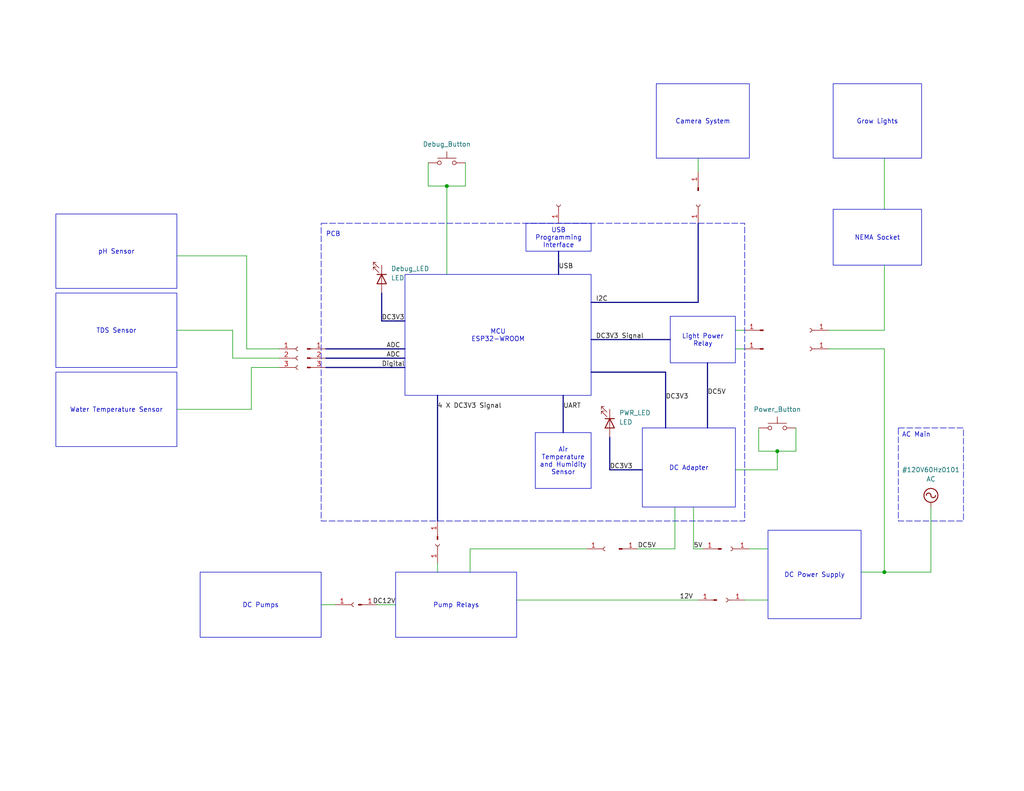
<source format=kicad_sch>
(kicad_sch (version 20230121) (generator eeschema)
  (paper "USLetter")
  (title_block (title "High Level Hardware Schematic") (date "2023-11-24") (rev "5") (company "COEN/ELEC 490 Team 18") (comment 1 "Go to \"490 Project PCB\" for Detailled Schematic."))
  (lib_symbols
    (symbol "Connector:Conn_01x01_Pin" (pin_names (offset 1.016) hide)
      (property "Reference" "J" (at 0 2.54 0))
      (property "Value" "Conn_01x01_Pin" (at 0 -2.54 0))
      (symbol "Conn_01x01_Pin_1_1"
        (polyline (pts (xy 1.27 0) (xy 0.8636 0)) (stroke (width 0.1524)))
        (rectangle (start 0.8636 0.127) (end 0 -0.127) (stroke (width 0.1524)) (fill (type outline)))
        (pin passive line (at 5.08 0 180) (length 3.81) (name "Pin_1") (number "1"))
      )
    )
    (symbol "Connector:Conn_01x01_Socket" (pin_names (offset 1.016) hide)
      (property "Reference" "J" (at 0 2.54 0))
      (property "Value" "Conn_01x01_Socket" (at 0 -2.54 0))
      (symbol "Conn_01x01_Socket_1_1"
        (polyline (pts (xy -1.27 0) (xy -0.508 0)) (stroke (width 0.1524)))
        (arc (start 0 0.508) (mid -0.5058 0) (end 0 -0.508) (stroke (width 0.1524)))
        (pin passive line (at -5.08 0 0) (length 3.81) (name "Pin_1") (number "1"))
      )
    )
    (symbol "Connector:Conn_01x03_Pin" (pin_names (offset 1.016) hide)
      (property "Reference" "J" (at 0 5.08 0))
      (property "Value" "Conn_01x03_Pin" (at 0 -5.08 0))
      (symbol "Conn_01x03_Pin_1_1"
        (polyline (pts (xy 1.27 -2.54) (xy 0.8636 -2.54)) (stroke (width 0.1524)))
        (polyline (pts (xy 1.27 0) (xy 0.8636 0)) (stroke (width 0.1524)))
        (polyline (pts (xy 1.27 2.54) (xy 0.8636 2.54)) (stroke (width 0.1524)))
        (rectangle (start 0.8636 -2.413) (end 0 -2.667) (stroke (width 0.1524)) (fill (type outline)))
        (rectangle (start 0.8636 0.127) (end 0 -0.127) (stroke (width 0.1524)) (fill (type outline)))
        (rectangle (start 0.8636 2.667) (end 0 2.413) (stroke (width 0.1524)) (fill (type outline)))
        (pin passive line (at 5.08 2.54 180) (length 3.81) (name "Pin_1") (number "1"))
        (pin passive line (at 5.08 0 180) (length 3.81) (name "Pin_2") (number "2"))
        (pin passive line (at 5.08 -2.54 180) (length 3.81) (name "Pin_3") (number "3"))
      )
    )
    (symbol "Connector:Conn_01x03_Socket" (pin_names (offset 1.016) hide)
      (property "Reference" "J" (at 0 5.08 0))
      (property "Value" "Conn_01x03_Socket" (at 0 -5.08 0))
      (symbol "Conn_01x03_Socket_1_1"
        (arc (start 0 -2.032) (mid -0.5058 -2.54) (end 0 -3.048) (stroke (width 0.1524)))
        (polyline (pts (xy -1.27 -2.54) (xy -0.508 -2.54)) (stroke (width 0.1524)))
        (polyline (pts (xy -1.27 0) (xy -0.508 0)) (stroke (width 0.1524)))
        (polyline (pts (xy -1.27 2.54) (xy -0.508 2.54)) (stroke (width 0.1524)))
        (arc (start 0 0.508) (mid -0.5058 0) (end 0 -0.508) (stroke (width 0.1524)))
        (arc (start 0 3.048) (mid -0.5058 2.54) (end 0 2.032) (stroke (width 0.1524)))
        (pin passive line (at -5.08 2.54 0) (length 3.81) (name "Pin_1") (number "1"))
        (pin passive line (at -5.08 0 0) (length 3.81) (name "Pin_2") (number "2"))
        (pin passive line (at -5.08 -2.54 0) (length 3.81) (name "Pin_3") (number "3"))
      )
    )
    (symbol "Device:LED" (pin_numbers hide) (pin_names (offset 1.016) hide)
      (property "Reference" "D" (at 0 2.54 0))
      (property "Value" "LED" (at 0 -2.54 0))
      (symbol "LED_0_1"
        (polyline (pts (xy -1.27 -1.27) (xy -1.27 1.27)) (stroke (width 0.254)))
        (polyline (pts (xy -1.27 0) (xy 1.27 0)))
        (polyline (pts (xy 1.27 -1.27) (xy 1.27 1.27) (xy -1.27 0) (xy 1.27 -1.27)) (stroke (width 0.254)))
        (polyline (pts (xy -3.048 -0.762) (xy -4.572 -2.286) (xy -3.81 -2.286) (xy -4.572 -2.286) (xy -4.572 -1.524)))
        (polyline (pts (xy -1.778 -0.762) (xy -3.302 -2.286) (xy -2.54 -2.286) (xy -3.302 -2.286) (xy -3.302 -1.524)))
      )
      (symbol "LED_1_1"
        (pin passive line (at -3.81 0 0) (length 2.54) (name "K") (number "1"))
        (pin passive line (at 3.81 0 180) (length 2.54) (name "A") (number "2"))
      )
    )
    (symbol "Switch:SW_Push" (pin_numbers hide) (pin_names (offset 1.016) hide)
      (property "Reference" "SW" (at 1.27 2.54 0))
      (property "Value" "SW_Push" (at 0 -1.524 0))
      (symbol "SW_Push_0_1"
        (circle (center -2.032 0) (radius 0.508))
        (polyline (pts (xy 0 1.27) (xy 0 3.048)))
        (polyline (pts (xy 2.54 1.27) (xy -2.54 1.27)))
        (circle (center 2.032 0) (radius 0.508))
        (pin passive line (at -5.08 0 0) (length 2.54) (name "1") (number "1"))
        (pin passive line (at 5.08 0 180) (length 2.54) (name "2") (number "2"))
      )
    )
    (symbol "power:AC" (power) (pin_names (offset 0))
      (property "Value" "AC" (at 0 6.35 0))
      (symbol "AC_0_1"
        (polyline (pts (xy 0 0) (xy 0 1.27)))
        (arc (start 0 3.175) (mid -0.635 3.8073) (end -1.27 3.175) (stroke (width 0.254)))
        (arc (start 0 3.175) (mid 0.635 2.5427) (end 1.27 3.175) (stroke (width 0.254)))
        (circle (center 0 3.175) (radius 1.905) (stroke (width 0.254)))
      )
      (symbol "AC_1_1"
        (pin power_in line (at 0 0 90) (length 0) hide (name "AC") (number "1"))
      )
    )
  )
  (junction (at 121.92 50.8))
  (junction (at 212.09 123.19))
  (junction (at 241.3 156.21))
  (bus (pts (xy 88.9 95.25) (xy 110.49 95.25)))
  (wire (pts (xy 121.92 50.8) (xy 127 50.8)))
  (wire (pts (xy 48.26 69.85) (xy 67.31 69.85)))
  (wire (pts (xy 226.06 95.25) (xy 241.3 95.25)))
  (bus (pts (xy 88.9 97.79) (xy 110.49 97.79)))
  (bus (pts (xy 119.38 107.95) (xy 119.38 142.24)))
  (wire (pts (xy 128.27 156.21) (xy 128.27 149.86)))
  (wire (pts (xy 127 44.45) (xy 127 50.8)))
  (bus (pts (xy 161.29 92.71) (xy 182.88 92.71)))
  (bus (pts (xy 175.26 128.27) (xy 166.37 128.27)))
  (wire (pts (xy 234.95 156.21) (xy 241.3 156.21)))
  (wire (pts (xy 140.97 163.83) (xy 190.5 163.83)))
  (wire (pts (xy 128.27 149.86) (xy 160.02 149.86)))
  (wire (pts (xy 204.47 149.86) (xy 209.55 149.86)))
  (wire (pts (xy 68.58 111.76) (xy 68.58 100.33)))
  (bus (pts (xy 181.61 101.6) (xy 181.61 116.84)))
  (wire (pts (xy 200.66 95.25) (xy 203.2 95.25)))
  (wire (pts (xy 189.23 149.86) (xy 191.77 149.86)))
  (wire (pts (xy 241.3 95.25) (xy 241.3 156.21)))
  (wire (pts (xy 184.15 138.43) (xy 184.15 149.86)))
  (wire (pts (xy 212.09 123.19) (xy 207.01 123.19)))
  (bus (pts (xy 88.9 100.33) (xy 110.49 100.33)))
  (bus (pts (xy 104.14 80.01) (xy 104.14 87.63)))
  (wire (pts (xy 121.92 50.8) (xy 121.92 74.93)))
  (wire (pts (xy 200.66 128.27) (xy 212.09 128.27)))
  (wire (pts (xy 67.31 95.25) (xy 76.2 95.25)))
  (wire (pts (xy 63.5 97.79) (xy 76.2 97.79)))
  (wire (pts (xy 200.66 90.17) (xy 203.2 90.17)))
  (wire (pts (xy 241.3 72.39) (xy 241.3 90.17)))
  (wire (pts (xy 203.2 163.83) (xy 209.55 163.83)))
  (wire (pts (xy 48.26 90.17) (xy 63.5 90.17)))
  (wire (pts (xy 254 156.21) (xy 254 138.43)))
  (bus (pts (xy 193.04 99.06) (xy 193.04 116.84)))
  (wire (pts (xy 119.38 153.67) (xy 119.38 156.21)))
  (wire (pts (xy 173.99 149.86) (xy 184.15 149.86)))
  (wire (pts (xy 87.63 165.1) (xy 91.44 165.1)))
  (bus (pts (xy 152.4 68.58) (xy 152.4 74.93)))
  (bus (pts (xy 153.67 107.95) (xy 153.67 118.11)))
  (bus (pts (xy 161.29 101.6) (xy 181.61 101.6)))
  (wire (pts (xy 190.5 43.18) (xy 190.5 46.99)))
  (wire (pts (xy 189.23 138.43) (xy 189.23 149.86)))
  (wire (pts (xy 207.01 123.19) (xy 207.01 116.84)))
  (wire (pts (xy 68.58 100.33) (xy 76.2 100.33)))
  (bus (pts (xy 161.29 82.55) (xy 190.5 82.55)))
  (wire (pts (xy 67.31 69.85) (xy 67.31 95.25)))
  (bus (pts (xy 166.37 119.38) (xy 166.37 128.27)))
  (bus (pts (xy 190.5 60.96) (xy 190.5 82.55)))
  (wire (pts (xy 116.84 50.8) (xy 116.84 44.45)))
  (wire (pts (xy 116.84 50.8) (xy 121.92 50.8)))
  (wire (pts (xy 241.3 43.18) (xy 241.3 57.15)))
  (wire (pts (xy 241.3 156.21) (xy 254 156.21)))
  (bus (pts (xy 104.14 87.63) (xy 110.49 87.63)))
  (wire (pts (xy 63.5 90.17) (xy 63.5 97.79)))
  (wire (pts (xy 217.17 123.19) (xy 212.09 123.19)))
  (wire (pts (xy 48.26 111.76) (xy 68.58 111.76)))
  (wire (pts (xy 226.06 90.17) (xy 241.3 90.17)))
  (wire (pts (xy 102.87 165.1) (xy 107.95 165.1)))
  (wire (pts (xy 212.09 123.19) (xy 212.09 128.27)))
  (wire (pts (xy 217.17 116.84) (xy 217.17 123.19)))
  (rectangle (start 87.63 60.96) (end 203.2 142.24) (stroke (width 0) (type dash)))
  (text_box "Pump Relays" (at 107.95 156.21 0) (size 33.02 17.78) (effects (font (size 1.27 1.27))))
  (text_box "DC Power Supply" (at 209.55 144.78 0) (size 25.4 24.13) (effects (font (size 1.27 1.27))))
  (text_box "Air Temperature and Humidity Sensor" (at 146.05 118.11 0) (size 15.24 15.24) (effects (font (size 1.27 1.27))))
  (text_box "TDS Sensor" (at 15.24 80.01 0) (size 33.02 20.32) (effects (font (size 1.27 1.27))))
  (text_box "DC Pumps" (at 54.61 156.21 0) (size 33.02 17.78) (effects (font (size 1.27 1.27))))
  (text_box "Camera System" (at 179.07 22.86 0) (size 25.4 20.32) (effects (font (size 1.27 1.27))))
  (text_box "Grow Lights" (at 227.33 22.86 0) (size 24.13 20.32) (effects (font (size 1.27 1.27))))
  (text_box "MCU\nESP32-WROOM" (at 110.49 74.93 0) (size 50.8 33.02) (effects (font (size 1.27 1.27))))
  (text_box "DC Adapter" (at 175.26 116.84 0) (size 25.4 21.59) (effects (font (size 1.27 1.27))))
  (text_box "Light Power Relay" (at 182.88 86.36 0) (size 17.78 12.7) (effects (font (size 1.27 1.27))))
  (text_box "AC Main" (at 245.11 116.84 0) (size 17.78 25.4) (stroke (width 0) (type dash)) (effects (font (size 1.27 1.27)) (justify left top)))
  (text_box "pH Sensor" (at 15.24 58.42 0) (size 33.02 20.32) (effects (font (size 1.27 1.27))))
  (text_box "Water Temperature Sensor" (at 15.24 101.6 0) (size 33.02 20.32) (effects (font (size 1.27 1.27))))
  (text_box "USB Programming Interface" (at 143.51 60.96 0) (size 17.78 7.62) (effects (font (size 1.27 1.27))))
  (text_box "NEMA Socket" (at 227.33 57.15 0) (size 24.13 15.24) (effects (font (size 1.27 1.27))))
  (text "PCB" (at 88.9 64.77 0) (effects (font (size 1.27 1.27)) (justify left bottom)))
  (label "I2C" (at 162.56 82.55 0))
  (label "USB" (at 152.4 73.66 0))
  (label "Digital" (at 104.14 100.33 0))
  (label "DC3V3" (at 104.14 87.63 0))
  (label "ADC" (at 105.41 97.79 0))
  (label "12V" (at 185.42 163.83 0))
  (label "ADC" (at 105.41 95.25 0))
  (label "5V" (at 189.23 149.86 0))
  (label "DC5V" (at 173.99 149.86 0))
  (label "DC5V" (at 193.04 107.95 0))
  (label "UART" (at 153.67 111.76 0))
  (label "DC3V3" (at 181.61 109.22 0))
  (label "DC3V3 Signal" (at 162.56 92.71 0))
  (label "4 X DC3V3 Signal" (at 119.38 111.76 0))
  (label "DC12V" (at 107.95 165.1 180))
  (label "DC3V3" (at 166.37 128.27 0))
  (symbol (lib_id "power:AC") (at 254 138.43 0) (unit 1)
    (property "Reference" "120V60Hz" (at 254 128.27 0))
    (property "Value" "AC" (at 254 130.81 0))
  )
  (symbol (lib_id "Connector:Conn_01x01_Pin") (at 196.85 149.86 180) (unit 1)
    (property "Reference" "J18" (effects hide))
    (property "Value" "Conn_01x01_Pin" (effects hide))
  )
  (symbol (lib_id "Connector:Conn_01x01_Pin") (at 208.28 95.25 0) (mirror y) (unit 1)
    (property "Reference" "J10" (effects hide))
    (property "Value" "Conn_01x01_Pin" (effects hide))
  )
  (symbol (lib_id "Connector:Conn_01x01_Pin") (at 195.58 163.83 180) (unit 1)
    (property "Reference" "J13" (effects hide))
    (property "Value" "Conn_01x01_Pin" (effects hide))
  )
  (symbol (lib_id "Switch:SW_Push") (at 212.09 116.84 0) (unit 1)
    (property "Reference" "Power_Button" (at 212.09 111.76 0))
    (property "Value" "SW_Push" (effects hide))
  )
  (symbol (lib_id "Connector:Conn_01x01_Socket") (at 220.98 95.25 0) (mirror y) (unit 1)
    (property "Reference" "J8" (effects hide))
    (property "Value" "Conn_01x01_Socket" (effects hide))
  )
  (symbol (lib_id "Connector:Conn_01x01_Pin") (at 208.28 90.17 0) (mirror y) (unit 1)
    (property "Reference" "J9" (effects hide))
    (property "Value" "Conn_01x01_Pin" (effects hide))
  )
  (symbol (lib_id "Connector:Conn_01x01_Pin") (at 97.79 165.1 0) (mirror x) (unit 1)
    (property "Reference" "J14" (effects hide))
    (property "Value" "Conn_01x01_Pin" (effects hide))
  )
  (symbol (lib_id "Connector:Conn_01x03_Pin") (at 83.82 97.79 0) (unit 1)
    (property "Reference" "J4" (effects hide))
    (property "Value" "Conn_01x03_Pin" (effects hide))
  )
  (symbol (lib_id "Connector:Conn_01x01_Socket") (at 152.4 55.88 270) (mirror x) (unit 1)
    (property "Reference" "J17" (effects hide))
    (property "Value" "Conn_01x01_Socket" (effects hide))
  )
  (symbol (lib_id "Connector:Conn_01x01_Socket") (at 198.12 163.83 180) (unit 1)
    (property "Reference" "J19" (effects hide))
    (property "Value" "Conn_01x01_Socket" (effects hide))
  )
  (symbol (lib_id "Connector:Conn_01x01_Socket") (at 165.1 149.86 0) (mirror x) (unit 1)
    (property "Reference" "J15" (effects hide))
    (property "Value" "Conn_01x01_Socket" (effects hide))
  )
  (symbol (lib_id "Device:LED") (at 104.14 76.2 270) (unit 1)
    (property "Reference" "Debug_LED" (at 106.68 73.3425 90) (effects (justify left)))
    (property "Value" "LED" (at 106.68 75.8825 90) (effects (justify left)))
  )
  (symbol (lib_id "Connector:Conn_01x01_Pin") (at 119.38 147.32 270) (mirror x) (unit 1)
    (property "Reference" "J6" (effects hide))
    (property "Value" "Conn_01x01_Pin" (effects hide))
  )
  (symbol (lib_id "Connector:Conn_01x01_Socket") (at 96.52 165.1 0) (unit 1)
    (property "Reference" "J12" (effects hide))
    (property "Value" "Conn_01x01_Socket" (effects hide))
  )
  (symbol (lib_id "Connector:Conn_01x01_Socket") (at 199.39 149.86 180) (unit 1)
    (property "Reference" "J11" (effects hide))
    (property "Value" "Conn_01x01_Socket" (effects hide))
  )
  (symbol (lib_id "Connector:Conn_01x01_Pin") (at 190.5 52.07 90) (unit 1)
    (property "Reference" "J5" (effects hide))
    (property "Value" "Conn_01x01_Pin" (effects hide))
  )
  (symbol (lib_id "Switch:SW_Push") (at 121.92 44.45 0) (unit 1)
    (property "Reference" "Debug_Button" (at 121.92 39.37 0))
    (property "Value" "SW_Push" (effects hide))
  )
  (symbol (lib_id "Connector:Conn_01x03_Socket") (at 81.28 97.79 0) (unit 1)
    (property "Reference" "J1" (effects hide))
    (property "Value" "Conn_01x03_Socket" (effects hide))
  )
  (symbol (lib_id "Connector:Conn_01x01_Socket") (at 220.98 90.17 0) (mirror y) (unit 1)
    (property "Reference" "J7" (effects hide))
    (property "Value" "Conn_01x01_Socket" (effects hide))
  )
  (symbol (lib_id "Device:LED") (at 166.37 115.57 270) (unit 1)
    (property "Reference" "PWR_LED" (at 168.91 112.7125 90) (effects (justify left)))
    (property "Value" "LED" (at 168.91 115.2525 90) (effects (justify left)))
  )
  (symbol (lib_id "Connector:Conn_01x01_Socket") (at 119.38 148.59 270) (mirror x) (unit 1)
    (property "Reference" "J2" (effects hide))
    (property "Value" "Conn_01x01_Socket" (effects hide))
  )
  (symbol (lib_id "Connector:Conn_01x01_Socket") (at 190.5 55.88 90) (unit 1)
    (property "Reference" "J3" (effects hide))
    (property "Value" "Conn_01x01_Socket" (effects hide))
  )
  (symbol (lib_id "Connector:Conn_01x01_Pin") (at 168.91 149.86 0) (mirror x) (unit 1)
    (property "Reference" "J16" (effects hide))
    (property "Value" "Conn_01x01_Pin" (effects hide))
  )
)
</source>
